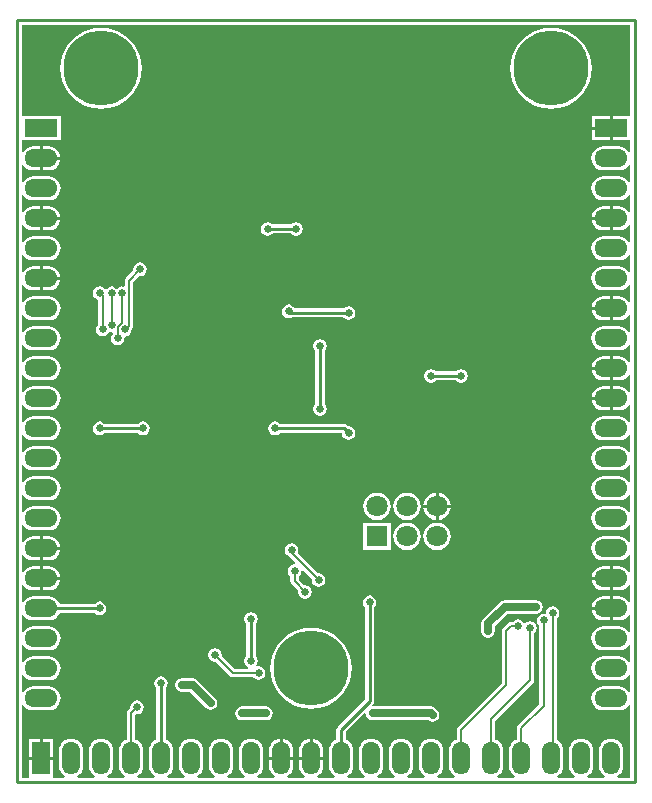
<source format=gbl>
G04*
G04 #@! TF.GenerationSoftware,Altium Limited,Altium Designer,18.1.7 (191)*
G04*
G04 Layer_Physical_Order=2*
G04 Layer_Color=16711680*
%FSLAX25Y25*%
%MOIN*%
G70*
G01*
G75*
%ADD13C,0.01000*%
%ADD16C,0.00800*%
%ADD44C,0.02500*%
%ADD46R,0.07087X0.07087*%
%ADD47C,0.07087*%
%ADD48C,0.25000*%
%ADD49R,0.11000X0.06000*%
%ADD50O,0.11000X0.06000*%
%ADD51R,0.06000X0.11000*%
%ADD52O,0.06000X0.11000*%
%ADD53C,0.02500*%
G36*
X204471Y222000D02*
X198500D01*
Y218000D01*
Y214000D01*
X204471D01*
Y210299D01*
X204024Y210045D01*
X203971Y210048D01*
X203353Y210853D01*
X202517Y211494D01*
X201544Y211897D01*
X200500Y212035D01*
X195500D01*
X194456Y211897D01*
X193483Y211494D01*
X192647Y210853D01*
X192006Y210017D01*
X191603Y209044D01*
X191465Y208000D01*
X191603Y206956D01*
X192006Y205983D01*
X192647Y205147D01*
X193483Y204506D01*
X194456Y204103D01*
X195500Y203965D01*
X200500D01*
X201544Y204103D01*
X202517Y204506D01*
X203353Y205147D01*
X203971Y205952D01*
X204024Y205955D01*
X204471Y205701D01*
Y200299D01*
X204024Y200045D01*
X203971Y200048D01*
X203353Y200853D01*
X202517Y201494D01*
X201544Y201897D01*
X200500Y202034D01*
X195500D01*
X194456Y201897D01*
X193483Y201494D01*
X192647Y200853D01*
X192006Y200017D01*
X191603Y199044D01*
X191465Y198000D01*
X191603Y196956D01*
X192006Y195983D01*
X192647Y195147D01*
X193483Y194506D01*
X194456Y194103D01*
X195500Y193965D01*
X200500D01*
X201544Y194103D01*
X202517Y194506D01*
X203353Y195147D01*
X203971Y195952D01*
X204024Y195955D01*
X204471Y195701D01*
Y190299D01*
X204024Y190045D01*
X203971Y190048D01*
X203353Y190853D01*
X202517Y191494D01*
X201544Y191897D01*
X200500Y192034D01*
X198500D01*
Y188000D01*
Y183966D01*
X200500D01*
X201544Y184103D01*
X202517Y184506D01*
X203353Y185147D01*
X203971Y185952D01*
X204024Y185955D01*
X204471Y185701D01*
Y180299D01*
X204024Y180045D01*
X203971Y180048D01*
X203353Y180853D01*
X202517Y181494D01*
X201544Y181897D01*
X200500Y182035D01*
X195500D01*
X194456Y181897D01*
X193483Y181494D01*
X192647Y180853D01*
X192006Y180017D01*
X191603Y179044D01*
X191465Y178000D01*
X191603Y176956D01*
X192006Y175983D01*
X192647Y175147D01*
X193483Y174506D01*
X194456Y174103D01*
X195500Y173966D01*
X200500D01*
X201544Y174103D01*
X202517Y174506D01*
X203353Y175147D01*
X203971Y175952D01*
X204024Y175955D01*
X204471Y175701D01*
Y170299D01*
X204024Y170045D01*
X203971Y170048D01*
X203353Y170853D01*
X202517Y171494D01*
X201544Y171897D01*
X200500Y172035D01*
X195500D01*
X194456Y171897D01*
X193483Y171494D01*
X192647Y170853D01*
X192006Y170017D01*
X191603Y169044D01*
X191465Y168000D01*
X191603Y166956D01*
X192006Y165983D01*
X192647Y165147D01*
X193483Y164506D01*
X194456Y164103D01*
X195500Y163965D01*
X200500D01*
X201544Y164103D01*
X202517Y164506D01*
X203353Y165147D01*
X203971Y165952D01*
X204024Y165955D01*
X204471Y165701D01*
Y160299D01*
X204024Y160045D01*
X203971Y160048D01*
X203353Y160853D01*
X202517Y161494D01*
X201544Y161897D01*
X200500Y162034D01*
X198500D01*
Y158000D01*
Y153965D01*
X200500D01*
X201544Y154103D01*
X202517Y154506D01*
X203353Y155147D01*
X203971Y155952D01*
X204024Y155955D01*
X204471Y155701D01*
Y150299D01*
X204024Y150045D01*
X203971Y150048D01*
X203353Y150853D01*
X202517Y151494D01*
X201544Y151897D01*
X200500Y152034D01*
X195500D01*
X194456Y151897D01*
X193483Y151494D01*
X192647Y150853D01*
X192006Y150017D01*
X191603Y149044D01*
X191465Y148000D01*
X191603Y146956D01*
X192006Y145983D01*
X192647Y145147D01*
X193483Y144506D01*
X194456Y144103D01*
X195500Y143965D01*
X200500D01*
X201544Y144103D01*
X202517Y144506D01*
X203353Y145147D01*
X203971Y145952D01*
X204024Y145955D01*
X204471Y145701D01*
Y140299D01*
X204024Y140045D01*
X203971Y140048D01*
X203353Y140853D01*
X202517Y141494D01*
X201544Y141897D01*
X200500Y142034D01*
X198500D01*
Y138000D01*
Y133966D01*
X200500D01*
X201544Y134103D01*
X202517Y134506D01*
X203353Y135147D01*
X203971Y135952D01*
X204024Y135955D01*
X204471Y135701D01*
Y130299D01*
X204024Y130045D01*
X203971Y130048D01*
X203353Y130853D01*
X202517Y131494D01*
X201544Y131897D01*
X200500Y132035D01*
X198500D01*
Y128000D01*
Y123966D01*
X200500D01*
X201544Y124103D01*
X202517Y124506D01*
X203353Y125147D01*
X203971Y125952D01*
X204024Y125955D01*
X204471Y125701D01*
Y120299D01*
X204024Y120045D01*
X203971Y120048D01*
X203353Y120853D01*
X202517Y121494D01*
X201544Y121897D01*
X200500Y122035D01*
X195500D01*
X194456Y121897D01*
X193483Y121494D01*
X192647Y120853D01*
X192006Y120017D01*
X191603Y119044D01*
X191465Y118000D01*
X191603Y116956D01*
X192006Y115983D01*
X192647Y115147D01*
X193483Y114506D01*
X194456Y114103D01*
X195500Y113965D01*
X200500D01*
X201544Y114103D01*
X202517Y114506D01*
X203353Y115147D01*
X203971Y115952D01*
X204024Y115955D01*
X204471Y115701D01*
Y110299D01*
X204024Y110045D01*
X203971Y110048D01*
X203353Y110853D01*
X202517Y111494D01*
X201544Y111897D01*
X200500Y112034D01*
X195500D01*
X194456Y111897D01*
X193483Y111494D01*
X192647Y110853D01*
X192006Y110017D01*
X191603Y109044D01*
X191465Y108000D01*
X191603Y106956D01*
X192006Y105983D01*
X192647Y105147D01*
X193483Y104506D01*
X194456Y104103D01*
X195500Y103965D01*
X200500D01*
X201544Y104103D01*
X202517Y104506D01*
X203353Y105147D01*
X203971Y105952D01*
X204024Y105955D01*
X204471Y105701D01*
Y100299D01*
X204024Y100045D01*
X203971Y100048D01*
X203353Y100853D01*
X202517Y101494D01*
X201544Y101897D01*
X200500Y102034D01*
X195500D01*
X194456Y101897D01*
X193483Y101494D01*
X192647Y100853D01*
X192006Y100017D01*
X191603Y99044D01*
X191465Y98000D01*
X191603Y96956D01*
X192006Y95983D01*
X192647Y95147D01*
X193483Y94506D01*
X194456Y94103D01*
X195500Y93966D01*
X200500D01*
X201544Y94103D01*
X202517Y94506D01*
X203353Y95147D01*
X203971Y95952D01*
X204024Y95955D01*
X204471Y95701D01*
Y90299D01*
X204024Y90045D01*
X203971Y90048D01*
X203353Y90853D01*
X202517Y91494D01*
X201544Y91897D01*
X200500Y92035D01*
X195500D01*
X194456Y91897D01*
X193483Y91494D01*
X192647Y90853D01*
X192006Y90017D01*
X191603Y89044D01*
X191465Y88000D01*
X191603Y86956D01*
X192006Y85983D01*
X192647Y85147D01*
X193483Y84506D01*
X194456Y84103D01*
X195500Y83965D01*
X200500D01*
X201544Y84103D01*
X202517Y84506D01*
X203353Y85147D01*
X203971Y85952D01*
X204024Y85955D01*
X204471Y85701D01*
Y80299D01*
X204024Y80045D01*
X203971Y80048D01*
X203353Y80853D01*
X202517Y81494D01*
X201544Y81897D01*
X200500Y82034D01*
X195500D01*
X194456Y81897D01*
X193483Y81494D01*
X192647Y80853D01*
X192006Y80017D01*
X191603Y79044D01*
X191465Y78000D01*
X191603Y76956D01*
X192006Y75983D01*
X192647Y75147D01*
X193483Y74506D01*
X194456Y74103D01*
X195500Y73966D01*
X200500D01*
X201544Y74103D01*
X202517Y74506D01*
X203353Y75147D01*
X203971Y75952D01*
X204024Y75955D01*
X204471Y75701D01*
Y70299D01*
X204024Y70045D01*
X203971Y70048D01*
X203353Y70853D01*
X202517Y71494D01*
X201544Y71897D01*
X200500Y72035D01*
X198500D01*
Y68000D01*
Y63965D01*
X200500D01*
X201544Y64103D01*
X202517Y64506D01*
X203353Y65147D01*
X203971Y65952D01*
X204024Y65955D01*
X204471Y65701D01*
Y60299D01*
X204024Y60045D01*
X203971Y60048D01*
X203353Y60853D01*
X202517Y61494D01*
X201544Y61897D01*
X200500Y62034D01*
X198500D01*
Y58000D01*
Y53966D01*
X200500D01*
X201544Y54103D01*
X202517Y54506D01*
X203353Y55147D01*
X203971Y55952D01*
X204024Y55955D01*
X204471Y55701D01*
Y50299D01*
X204024Y50045D01*
X203971Y50048D01*
X203353Y50853D01*
X202517Y51494D01*
X201544Y51897D01*
X200500Y52034D01*
X195500D01*
X194456Y51897D01*
X193483Y51494D01*
X192647Y50853D01*
X192006Y50017D01*
X191603Y49044D01*
X191465Y48000D01*
X191603Y46956D01*
X192006Y45983D01*
X192647Y45147D01*
X193483Y44506D01*
X194456Y44103D01*
X195500Y43966D01*
X200500D01*
X201544Y44103D01*
X202517Y44506D01*
X203353Y45147D01*
X203971Y45952D01*
X204024Y45955D01*
X204471Y45701D01*
Y40299D01*
X204024Y40045D01*
X203971Y40048D01*
X203353Y40853D01*
X202517Y41494D01*
X201544Y41897D01*
X200500Y42035D01*
X195500D01*
X194456Y41897D01*
X193483Y41494D01*
X192647Y40853D01*
X192006Y40017D01*
X191603Y39044D01*
X191465Y38000D01*
X191603Y36956D01*
X192006Y35983D01*
X192647Y35147D01*
X193483Y34506D01*
X194456Y34103D01*
X195500Y33966D01*
X200500D01*
X201544Y34103D01*
X202517Y34506D01*
X203353Y35147D01*
X203971Y35952D01*
X204024Y35955D01*
X204471Y35701D01*
Y30299D01*
X204024Y30045D01*
X203971Y30048D01*
X203353Y30853D01*
X202517Y31494D01*
X201544Y31897D01*
X200500Y32035D01*
X195500D01*
X194456Y31897D01*
X193483Y31494D01*
X192647Y30853D01*
X192006Y30017D01*
X191603Y29044D01*
X191465Y28000D01*
X191603Y26956D01*
X192006Y25983D01*
X192647Y25147D01*
X193483Y24506D01*
X194456Y24103D01*
X195500Y23966D01*
X200500D01*
X201544Y24103D01*
X202517Y24506D01*
X203353Y25147D01*
X203971Y25952D01*
X204024Y25955D01*
X204471Y25701D01*
Y1529D01*
X200299D01*
X200045Y1976D01*
X200048Y2029D01*
X200853Y2647D01*
X201494Y3483D01*
X201897Y4456D01*
X202034Y5500D01*
Y10500D01*
X201897Y11544D01*
X201494Y12517D01*
X200853Y13353D01*
X200017Y13994D01*
X199044Y14397D01*
X198000Y14535D01*
X196956Y14397D01*
X195983Y13994D01*
X195147Y13353D01*
X194506Y12517D01*
X194103Y11544D01*
X193965Y10500D01*
Y5500D01*
X194103Y4456D01*
X194506Y3483D01*
X195147Y2647D01*
X195952Y2029D01*
X195955Y1976D01*
X195701Y1529D01*
X190299D01*
X190045Y1976D01*
X190048Y2029D01*
X190853Y2647D01*
X191494Y3483D01*
X191897Y4456D01*
X192034Y5500D01*
Y10500D01*
X191897Y11544D01*
X191494Y12517D01*
X190853Y13353D01*
X190017Y13994D01*
X189044Y14397D01*
X188000Y14535D01*
X186956Y14397D01*
X185983Y13994D01*
X185147Y13353D01*
X184506Y12517D01*
X184103Y11544D01*
X183966Y10500D01*
Y5500D01*
X184103Y4456D01*
X184506Y3483D01*
X185147Y2647D01*
X185952Y2029D01*
X185955Y1976D01*
X185701Y1529D01*
X180299D01*
X180045Y1976D01*
X180048Y2029D01*
X180853Y2647D01*
X181494Y3483D01*
X181897Y4456D01*
X182035Y5500D01*
Y10500D01*
X181897Y11544D01*
X181494Y12517D01*
X180853Y13353D01*
X180017Y13994D01*
X179927Y14031D01*
Y54748D01*
X180122Y54878D01*
X180620Y55622D01*
X180794Y56500D01*
X180620Y57378D01*
X180122Y58122D01*
X179378Y58619D01*
X178500Y58794D01*
X177622Y58619D01*
X176878Y58122D01*
X176381Y57378D01*
X176206Y56500D01*
X175917Y56211D01*
X175500Y56294D01*
X174622Y56119D01*
X173878Y55622D01*
X173380Y54878D01*
X173206Y54000D01*
X173380Y53122D01*
X173878Y52378D01*
X174073Y52248D01*
Y26091D01*
X166991Y19009D01*
X166681Y18546D01*
X166573Y18000D01*
X166573Y18000D01*
Y14238D01*
X165983Y13994D01*
X165147Y13353D01*
X164506Y12517D01*
X164103Y11544D01*
X163965Y10500D01*
Y5500D01*
X164103Y4456D01*
X164506Y3483D01*
X165147Y2647D01*
X165952Y2029D01*
X165955Y1976D01*
X165701Y1529D01*
X160299D01*
X160045Y1976D01*
X160048Y2029D01*
X160853Y2647D01*
X161494Y3483D01*
X161897Y4456D01*
X162034Y5500D01*
Y10500D01*
X161897Y11544D01*
X161494Y12517D01*
X160853Y13353D01*
X160017Y13994D01*
X159427Y14238D01*
Y20409D01*
X172009Y32991D01*
X172009Y32991D01*
X172319Y33454D01*
X172427Y34000D01*
X172427Y34000D01*
Y49748D01*
X172622Y49878D01*
X173119Y50622D01*
X173294Y51500D01*
X173119Y52378D01*
X172622Y53122D01*
X171878Y53619D01*
X171000Y53794D01*
X170122Y53619D01*
X169378Y53122D01*
X168866Y53257D01*
X168622Y53622D01*
X167878Y54119D01*
X167000Y54294D01*
X166122Y54119D01*
X165378Y53622D01*
X165248Y53427D01*
X164500D01*
X164500Y53427D01*
X163954Y53319D01*
X163491Y53009D01*
X161991Y51509D01*
X161681Y51046D01*
X161573Y50500D01*
X161573Y50500D01*
Y33091D01*
X146991Y18509D01*
X146681Y18046D01*
X146573Y17500D01*
X146573Y17500D01*
Y14238D01*
X145983Y13994D01*
X145147Y13353D01*
X144506Y12517D01*
X144103Y11544D01*
X143965Y10500D01*
Y5500D01*
X144103Y4456D01*
X144506Y3483D01*
X145147Y2647D01*
X145952Y2029D01*
X145955Y1976D01*
X145701Y1529D01*
X140299D01*
X140045Y1976D01*
X140048Y2029D01*
X140853Y2647D01*
X141494Y3483D01*
X141897Y4456D01*
X142034Y5500D01*
Y10500D01*
X141897Y11544D01*
X141494Y12517D01*
X140853Y13353D01*
X140017Y13994D01*
X139044Y14397D01*
X138000Y14535D01*
X136956Y14397D01*
X135983Y13994D01*
X135147Y13353D01*
X134506Y12517D01*
X134103Y11544D01*
X133966Y10500D01*
Y5500D01*
X134103Y4456D01*
X134506Y3483D01*
X135147Y2647D01*
X135952Y2029D01*
X135955Y1976D01*
X135701Y1529D01*
X130299D01*
X130045Y1976D01*
X130048Y2029D01*
X130853Y2647D01*
X131494Y3483D01*
X131897Y4456D01*
X132035Y5500D01*
Y10500D01*
X131897Y11544D01*
X131494Y12517D01*
X130853Y13353D01*
X130017Y13994D01*
X129044Y14397D01*
X128000Y14535D01*
X126956Y14397D01*
X125983Y13994D01*
X125147Y13353D01*
X124506Y12517D01*
X124103Y11544D01*
X123966Y10500D01*
Y5500D01*
X124103Y4456D01*
X124506Y3483D01*
X125147Y2647D01*
X125952Y2029D01*
X125955Y1976D01*
X125701Y1529D01*
X120299D01*
X120045Y1976D01*
X120048Y2029D01*
X120853Y2647D01*
X121494Y3483D01*
X121897Y4456D01*
X122035Y5500D01*
Y10500D01*
X121897Y11544D01*
X121494Y12517D01*
X120853Y13353D01*
X120017Y13994D01*
X119044Y14397D01*
X118000Y14535D01*
X116956Y14397D01*
X115983Y13994D01*
X115147Y13353D01*
X114506Y12517D01*
X114103Y11544D01*
X113965Y10500D01*
Y5500D01*
X114103Y4456D01*
X114506Y3483D01*
X115147Y2647D01*
X115952Y2029D01*
X115955Y1976D01*
X115701Y1529D01*
X110299D01*
X110045Y1976D01*
X110048Y2029D01*
X110853Y2647D01*
X111494Y3483D01*
X111897Y4456D01*
X112034Y5500D01*
Y10500D01*
X111897Y11544D01*
X111494Y12517D01*
X110853Y13353D01*
X110017Y13994D01*
X109529Y14196D01*
Y16867D01*
X115753Y23090D01*
X116233Y22863D01*
X116381Y22122D01*
X116878Y21378D01*
X117622Y20880D01*
X118500Y20706D01*
X137135D01*
X137622Y20380D01*
X138500Y20206D01*
X139378Y20380D01*
X140122Y20878D01*
X140620Y21622D01*
X140794Y22500D01*
X140620Y23378D01*
X140122Y24122D01*
X139622Y24622D01*
X138878Y25120D01*
X138000Y25294D01*
X118664D01*
X118427Y25764D01*
X118581Y25919D01*
X118913Y26415D01*
X119029Y27000D01*
Y58316D01*
X119122Y58378D01*
X119620Y59122D01*
X119794Y60000D01*
X119620Y60878D01*
X119122Y61622D01*
X118378Y62119D01*
X117500Y62294D01*
X116622Y62119D01*
X115878Y61622D01*
X115381Y60878D01*
X115206Y60000D01*
X115381Y59122D01*
X115878Y58378D01*
X115971Y58316D01*
Y27634D01*
X106919Y18581D01*
X106587Y18085D01*
X106471Y17500D01*
Y14196D01*
X105983Y13994D01*
X105147Y13353D01*
X104506Y12517D01*
X104103Y11544D01*
X103965Y10500D01*
Y5500D01*
X104103Y4456D01*
X104506Y3483D01*
X105147Y2647D01*
X105952Y2029D01*
X105955Y1976D01*
X105701Y1529D01*
X100299D01*
X100045Y1976D01*
X100048Y2029D01*
X100853Y2647D01*
X101494Y3483D01*
X101897Y4456D01*
X102034Y5500D01*
Y7500D01*
X98000D01*
X93966D01*
Y5500D01*
X94103Y4456D01*
X94506Y3483D01*
X95147Y2647D01*
X95952Y2029D01*
X95955Y1976D01*
X95701Y1529D01*
X90299D01*
X90045Y1976D01*
X90048Y2029D01*
X90853Y2647D01*
X91494Y3483D01*
X91897Y4456D01*
X92035Y5500D01*
Y7500D01*
X88000D01*
X83965D01*
Y5500D01*
X84103Y4456D01*
X84506Y3483D01*
X85147Y2647D01*
X85952Y2029D01*
X85955Y1976D01*
X85701Y1529D01*
X80299D01*
X80045Y1976D01*
X80048Y2029D01*
X80853Y2647D01*
X81494Y3483D01*
X81897Y4456D01*
X82034Y5500D01*
Y10500D01*
X81897Y11544D01*
X81494Y12517D01*
X80853Y13353D01*
X80017Y13994D01*
X79044Y14397D01*
X78000Y14535D01*
X76956Y14397D01*
X75983Y13994D01*
X75147Y13353D01*
X74506Y12517D01*
X74103Y11544D01*
X73966Y10500D01*
Y5500D01*
X74103Y4456D01*
X74506Y3483D01*
X75147Y2647D01*
X75952Y2029D01*
X75955Y1976D01*
X75701Y1529D01*
X70299D01*
X70045Y1976D01*
X70048Y2029D01*
X70853Y2647D01*
X71494Y3483D01*
X71897Y4456D01*
X72035Y5500D01*
Y10500D01*
X71897Y11544D01*
X71494Y12517D01*
X70853Y13353D01*
X70017Y13994D01*
X69044Y14397D01*
X68000Y14535D01*
X66956Y14397D01*
X65983Y13994D01*
X65147Y13353D01*
X64506Y12517D01*
X64103Y11544D01*
X63965Y10500D01*
Y5500D01*
X64103Y4456D01*
X64506Y3483D01*
X65147Y2647D01*
X65952Y2029D01*
X65955Y1976D01*
X65701Y1529D01*
X60299D01*
X60045Y1976D01*
X60048Y2029D01*
X60853Y2647D01*
X61494Y3483D01*
X61897Y4456D01*
X62034Y5500D01*
Y10500D01*
X61897Y11544D01*
X61494Y12517D01*
X60853Y13353D01*
X60017Y13994D01*
X59044Y14397D01*
X58000Y14535D01*
X56956Y14397D01*
X55983Y13994D01*
X55147Y13353D01*
X54506Y12517D01*
X54103Y11544D01*
X53966Y10500D01*
Y5500D01*
X54103Y4456D01*
X54506Y3483D01*
X55147Y2647D01*
X55952Y2029D01*
X55955Y1976D01*
X55701Y1529D01*
X50299D01*
X50045Y1976D01*
X50048Y2029D01*
X50853Y2647D01*
X51494Y3483D01*
X51897Y4456D01*
X52034Y5500D01*
Y10500D01*
X51897Y11544D01*
X51494Y12517D01*
X50853Y13353D01*
X50017Y13994D01*
X49529Y14196D01*
Y31316D01*
X49622Y31378D01*
X50120Y32122D01*
X50294Y33000D01*
X50120Y33878D01*
X49622Y34622D01*
X48878Y35120D01*
X48000Y35294D01*
X47122Y35120D01*
X46378Y34622D01*
X45880Y33878D01*
X45706Y33000D01*
X45880Y32122D01*
X46378Y31378D01*
X46471Y31316D01*
Y14196D01*
X45983Y13994D01*
X45147Y13353D01*
X44506Y12517D01*
X44103Y11544D01*
X43966Y10500D01*
Y5500D01*
X44103Y4456D01*
X44506Y3483D01*
X45147Y2647D01*
X45952Y2029D01*
X45955Y1976D01*
X45701Y1529D01*
X40299D01*
X40045Y1976D01*
X40048Y2029D01*
X40853Y2647D01*
X41494Y3483D01*
X41897Y4456D01*
X42035Y5500D01*
Y10500D01*
X41897Y11544D01*
X41494Y12517D01*
X40853Y13353D01*
X40017Y13994D01*
X39427Y14238D01*
Y22409D01*
X39770Y22752D01*
X40000Y22706D01*
X40878Y22881D01*
X41622Y23378D01*
X42120Y24122D01*
X42294Y25000D01*
X42120Y25878D01*
X41622Y26622D01*
X40878Y27119D01*
X40000Y27294D01*
X39122Y27119D01*
X38378Y26622D01*
X37881Y25878D01*
X37706Y25000D01*
X37752Y24770D01*
X36991Y24009D01*
X36681Y23546D01*
X36573Y23000D01*
X36573Y23000D01*
Y14238D01*
X35983Y13994D01*
X35147Y13353D01*
X34506Y12517D01*
X34103Y11544D01*
X33966Y10500D01*
Y5500D01*
X34103Y4456D01*
X34506Y3483D01*
X35147Y2647D01*
X35952Y2029D01*
X35955Y1976D01*
X35701Y1529D01*
X30299D01*
X30045Y1976D01*
X30048Y2029D01*
X30853Y2647D01*
X31494Y3483D01*
X31897Y4456D01*
X32035Y5500D01*
Y10500D01*
X31897Y11544D01*
X31494Y12517D01*
X30853Y13353D01*
X30017Y13994D01*
X29044Y14397D01*
X28000Y14535D01*
X26956Y14397D01*
X25983Y13994D01*
X25147Y13353D01*
X24506Y12517D01*
X24103Y11544D01*
X23966Y10500D01*
Y5500D01*
X24103Y4456D01*
X24506Y3483D01*
X25147Y2647D01*
X25952Y2029D01*
X25955Y1976D01*
X25701Y1529D01*
X20299D01*
X20045Y1976D01*
X20048Y2029D01*
X20853Y2647D01*
X21494Y3483D01*
X21897Y4456D01*
X22035Y5500D01*
Y10500D01*
X21897Y11544D01*
X21494Y12517D01*
X20853Y13353D01*
X20017Y13994D01*
X19044Y14397D01*
X18000Y14535D01*
X16956Y14397D01*
X15983Y13994D01*
X15147Y13353D01*
X14506Y12517D01*
X14103Y11544D01*
X13965Y10500D01*
Y5500D01*
X14103Y4456D01*
X14506Y3483D01*
X15147Y2647D01*
X15952Y2029D01*
X15955Y1976D01*
X15701Y1529D01*
X12000D01*
Y7500D01*
X8000D01*
X4000D01*
Y1529D01*
X1529D01*
Y25701D01*
X1976Y25955D01*
X2029Y25952D01*
X2647Y25147D01*
X3483Y24506D01*
X4456Y24103D01*
X5500Y23966D01*
X10500D01*
X11544Y24103D01*
X12517Y24506D01*
X13353Y25147D01*
X13994Y25983D01*
X14397Y26956D01*
X14535Y28000D01*
X14397Y29044D01*
X13994Y30017D01*
X13353Y30853D01*
X12517Y31494D01*
X11544Y31897D01*
X10500Y32035D01*
X5500D01*
X4456Y31897D01*
X3483Y31494D01*
X2647Y30853D01*
X2029Y30048D01*
X1976Y30045D01*
X1529Y30299D01*
Y35701D01*
X1976Y35955D01*
X2029Y35952D01*
X2647Y35147D01*
X3483Y34506D01*
X4456Y34103D01*
X5500Y33966D01*
X10500D01*
X11544Y34103D01*
X12517Y34506D01*
X13353Y35147D01*
X13994Y35983D01*
X14397Y36956D01*
X14535Y38000D01*
X14397Y39044D01*
X13994Y40017D01*
X13353Y40853D01*
X12517Y41494D01*
X11544Y41897D01*
X10500Y42035D01*
X5500D01*
X4456Y41897D01*
X3483Y41494D01*
X2647Y40853D01*
X2029Y40048D01*
X1976Y40045D01*
X1529Y40299D01*
Y45701D01*
X1976Y45955D01*
X2029Y45952D01*
X2647Y45147D01*
X3483Y44506D01*
X4456Y44103D01*
X5500Y43966D01*
X10500D01*
X11544Y44103D01*
X12517Y44506D01*
X13353Y45147D01*
X13994Y45983D01*
X14397Y46956D01*
X14535Y48000D01*
X14397Y49044D01*
X13994Y50017D01*
X13353Y50853D01*
X12517Y51494D01*
X11544Y51897D01*
X10500Y52034D01*
X5500D01*
X4456Y51897D01*
X3483Y51494D01*
X2647Y50853D01*
X2029Y50048D01*
X1976Y50045D01*
X1529Y50299D01*
Y55701D01*
X1976Y55955D01*
X2029Y55952D01*
X2647Y55147D01*
X3483Y54506D01*
X4456Y54103D01*
X5500Y53966D01*
X10500D01*
X11544Y54103D01*
X12517Y54506D01*
X13353Y55147D01*
X13994Y55983D01*
X14196Y56471D01*
X25816D01*
X25878Y56378D01*
X26622Y55881D01*
X27500Y55706D01*
X28378Y55881D01*
X29122Y56378D01*
X29620Y57122D01*
X29794Y58000D01*
X29620Y58878D01*
X29122Y59622D01*
X28378Y60119D01*
X27500Y60294D01*
X26622Y60119D01*
X25878Y59622D01*
X25816Y59529D01*
X14196D01*
X13994Y60017D01*
X13353Y60853D01*
X12517Y61494D01*
X11544Y61897D01*
X10500Y62034D01*
X5500D01*
X4456Y61897D01*
X3483Y61494D01*
X2647Y60853D01*
X2029Y60048D01*
X1976Y60045D01*
X1529Y60299D01*
Y65701D01*
X1976Y65955D01*
X2029Y65952D01*
X2647Y65147D01*
X3483Y64506D01*
X4456Y64103D01*
X5500Y63965D01*
X7500D01*
Y68000D01*
Y72035D01*
X5500D01*
X4456Y71897D01*
X3483Y71494D01*
X2647Y70853D01*
X2029Y70048D01*
X1976Y70045D01*
X1529Y70299D01*
Y75701D01*
X1976Y75955D01*
X2029Y75952D01*
X2647Y75147D01*
X3483Y74506D01*
X4456Y74103D01*
X5500Y73966D01*
X7500D01*
Y78000D01*
Y82034D01*
X5500D01*
X4456Y81897D01*
X3483Y81494D01*
X2647Y80853D01*
X2029Y80048D01*
X1976Y80045D01*
X1529Y80299D01*
Y85701D01*
X1976Y85955D01*
X2029Y85952D01*
X2647Y85147D01*
X3483Y84506D01*
X4456Y84103D01*
X5500Y83965D01*
X10500D01*
X11544Y84103D01*
X12517Y84506D01*
X13353Y85147D01*
X13994Y85983D01*
X14397Y86956D01*
X14535Y88000D01*
X14397Y89044D01*
X13994Y90017D01*
X13353Y90853D01*
X12517Y91494D01*
X11544Y91897D01*
X10500Y92035D01*
X5500D01*
X4456Y91897D01*
X3483Y91494D01*
X2647Y90853D01*
X2029Y90048D01*
X1976Y90045D01*
X1529Y90299D01*
Y95701D01*
X1976Y95955D01*
X2029Y95952D01*
X2647Y95147D01*
X3483Y94506D01*
X4456Y94103D01*
X5500Y93966D01*
X10500D01*
X11544Y94103D01*
X12517Y94506D01*
X13353Y95147D01*
X13994Y95983D01*
X14397Y96956D01*
X14535Y98000D01*
X14397Y99044D01*
X13994Y100017D01*
X13353Y100853D01*
X12517Y101494D01*
X11544Y101897D01*
X10500Y102034D01*
X5500D01*
X4456Y101897D01*
X3483Y101494D01*
X2647Y100853D01*
X2029Y100048D01*
X1976Y100045D01*
X1529Y100299D01*
Y105701D01*
X1976Y105955D01*
X2029Y105952D01*
X2647Y105147D01*
X3483Y104506D01*
X4456Y104103D01*
X5500Y103965D01*
X10500D01*
X11544Y104103D01*
X12517Y104506D01*
X13353Y105147D01*
X13994Y105983D01*
X14397Y106956D01*
X14535Y108000D01*
X14397Y109044D01*
X13994Y110017D01*
X13353Y110853D01*
X12517Y111494D01*
X11544Y111897D01*
X10500Y112034D01*
X5500D01*
X4456Y111897D01*
X3483Y111494D01*
X2647Y110853D01*
X2029Y110048D01*
X1976Y110045D01*
X1529Y110299D01*
Y115701D01*
X1976Y115955D01*
X2029Y115952D01*
X2647Y115147D01*
X3483Y114506D01*
X4456Y114103D01*
X5500Y113965D01*
X10500D01*
X11544Y114103D01*
X12517Y114506D01*
X13353Y115147D01*
X13994Y115983D01*
X14397Y116956D01*
X14535Y118000D01*
X14397Y119044D01*
X13994Y120017D01*
X13353Y120853D01*
X12517Y121494D01*
X11544Y121897D01*
X10500Y122035D01*
X5500D01*
X4456Y121897D01*
X3483Y121494D01*
X2647Y120853D01*
X2029Y120048D01*
X1976Y120045D01*
X1529Y120299D01*
Y125701D01*
X1976Y125955D01*
X2029Y125952D01*
X2647Y125147D01*
X3483Y124506D01*
X4456Y124103D01*
X5500Y123966D01*
X10500D01*
X11544Y124103D01*
X12517Y124506D01*
X13353Y125147D01*
X13994Y125983D01*
X14397Y126956D01*
X14535Y128000D01*
X14397Y129044D01*
X13994Y130017D01*
X13353Y130853D01*
X12517Y131494D01*
X11544Y131897D01*
X10500Y132035D01*
X5500D01*
X4456Y131897D01*
X3483Y131494D01*
X2647Y130853D01*
X2029Y130048D01*
X1976Y130045D01*
X1529Y130299D01*
Y135701D01*
X1976Y135955D01*
X2029Y135952D01*
X2647Y135147D01*
X3483Y134506D01*
X4456Y134103D01*
X5500Y133966D01*
X10500D01*
X11544Y134103D01*
X12517Y134506D01*
X13353Y135147D01*
X13994Y135983D01*
X14397Y136956D01*
X14535Y138000D01*
X14397Y139044D01*
X13994Y140017D01*
X13353Y140853D01*
X12517Y141494D01*
X11544Y141897D01*
X10500Y142034D01*
X5500D01*
X4456Y141897D01*
X3483Y141494D01*
X2647Y140853D01*
X2029Y140048D01*
X1976Y140045D01*
X1529Y140299D01*
Y145701D01*
X1976Y145955D01*
X2029Y145952D01*
X2647Y145147D01*
X3483Y144506D01*
X4456Y144103D01*
X5500Y143965D01*
X10500D01*
X11544Y144103D01*
X12517Y144506D01*
X13353Y145147D01*
X13994Y145983D01*
X14397Y146956D01*
X14535Y148000D01*
X14397Y149044D01*
X13994Y150017D01*
X13353Y150853D01*
X12517Y151494D01*
X11544Y151897D01*
X10500Y152034D01*
X5500D01*
X4456Y151897D01*
X3483Y151494D01*
X2647Y150853D01*
X2029Y150048D01*
X1976Y150045D01*
X1529Y150299D01*
Y155701D01*
X1976Y155955D01*
X2029Y155952D01*
X2647Y155147D01*
X3483Y154506D01*
X4456Y154103D01*
X5500Y153965D01*
X10500D01*
X11544Y154103D01*
X12517Y154506D01*
X13353Y155147D01*
X13994Y155983D01*
X14397Y156956D01*
X14535Y158000D01*
X14397Y159044D01*
X13994Y160017D01*
X13353Y160853D01*
X12517Y161494D01*
X11544Y161897D01*
X10500Y162034D01*
X5500D01*
X4456Y161897D01*
X3483Y161494D01*
X2647Y160853D01*
X2029Y160048D01*
X1976Y160045D01*
X1529Y160299D01*
Y165701D01*
X1976Y165955D01*
X2029Y165952D01*
X2647Y165147D01*
X3483Y164506D01*
X4456Y164103D01*
X5500Y163965D01*
X7500D01*
Y168000D01*
Y172035D01*
X5500D01*
X4456Y171897D01*
X3483Y171494D01*
X2647Y170853D01*
X2029Y170048D01*
X1976Y170045D01*
X1529Y170299D01*
Y175701D01*
X1976Y175955D01*
X2029Y175952D01*
X2647Y175147D01*
X3483Y174506D01*
X4456Y174103D01*
X5500Y173966D01*
X10500D01*
X11544Y174103D01*
X12517Y174506D01*
X13353Y175147D01*
X13994Y175983D01*
X14397Y176956D01*
X14535Y178000D01*
X14397Y179044D01*
X13994Y180017D01*
X13353Y180853D01*
X12517Y181494D01*
X11544Y181897D01*
X10500Y182035D01*
X5500D01*
X4456Y181897D01*
X3483Y181494D01*
X2647Y180853D01*
X2029Y180048D01*
X1976Y180045D01*
X1529Y180299D01*
Y185701D01*
X1976Y185955D01*
X2029Y185952D01*
X2647Y185147D01*
X3483Y184506D01*
X4456Y184103D01*
X5500Y183966D01*
X7500D01*
Y188000D01*
Y192034D01*
X5500D01*
X4456Y191897D01*
X3483Y191494D01*
X2647Y190853D01*
X2029Y190048D01*
X1976Y190045D01*
X1529Y190299D01*
Y195701D01*
X1976Y195955D01*
X2029Y195952D01*
X2647Y195147D01*
X3483Y194506D01*
X4456Y194103D01*
X5500Y193965D01*
X10500D01*
X11544Y194103D01*
X12517Y194506D01*
X13353Y195147D01*
X13994Y195983D01*
X14397Y196956D01*
X14535Y198000D01*
X14397Y199044D01*
X13994Y200017D01*
X13353Y200853D01*
X12517Y201494D01*
X11544Y201897D01*
X10500Y202034D01*
X5500D01*
X4456Y201897D01*
X3483Y201494D01*
X2647Y200853D01*
X2029Y200048D01*
X1976Y200045D01*
X1529Y200299D01*
Y205701D01*
X1976Y205955D01*
X2029Y205952D01*
X2647Y205147D01*
X3483Y204506D01*
X4456Y204103D01*
X5500Y203965D01*
X7500D01*
Y208000D01*
Y212035D01*
X5500D01*
X4456Y211897D01*
X3483Y211494D01*
X2647Y210853D01*
X2029Y210048D01*
X1976Y210045D01*
X1529Y210299D01*
Y214000D01*
X14500D01*
Y222000D01*
X1529D01*
Y252471D01*
X204471D01*
Y222000D01*
D02*
G37*
%LPC*%
G36*
X178000Y251542D02*
X175882Y251375D01*
X173815Y250879D01*
X171852Y250066D01*
X170040Y248955D01*
X168424Y247575D01*
X167044Y245960D01*
X165934Y244148D01*
X165121Y242185D01*
X164625Y240118D01*
X164458Y238000D01*
X164625Y235882D01*
X165121Y233815D01*
X165934Y231852D01*
X167044Y230040D01*
X168424Y228425D01*
X170040Y227045D01*
X171852Y225934D01*
X173815Y225121D01*
X175882Y224625D01*
X178000Y224458D01*
X180118Y224625D01*
X182185Y225121D01*
X184148Y225934D01*
X185960Y227045D01*
X187575Y228425D01*
X188955Y230040D01*
X190066Y231852D01*
X190879Y233815D01*
X191375Y235882D01*
X191542Y238000D01*
X191375Y240118D01*
X190879Y242185D01*
X190066Y244148D01*
X188955Y245960D01*
X187575Y247575D01*
X185960Y248955D01*
X184148Y250066D01*
X182185Y250879D01*
X180118Y251375D01*
X178000Y251542D01*
D02*
G37*
G36*
X28000D02*
X25882Y251375D01*
X23815Y250879D01*
X21852Y250066D01*
X20040Y248955D01*
X18425Y247575D01*
X17044Y245960D01*
X15934Y244148D01*
X15121Y242185D01*
X14625Y240118D01*
X14458Y238000D01*
X14625Y235882D01*
X15121Y233815D01*
X15934Y231852D01*
X17044Y230040D01*
X18425Y228425D01*
X20040Y227045D01*
X21852Y225934D01*
X23815Y225121D01*
X25882Y224625D01*
X28000Y224458D01*
X30118Y224625D01*
X32185Y225121D01*
X34148Y225934D01*
X35960Y227045D01*
X37576Y228425D01*
X38956Y230040D01*
X40066Y231852D01*
X40879Y233815D01*
X41375Y235882D01*
X41542Y238000D01*
X41375Y240118D01*
X40879Y242185D01*
X40066Y244148D01*
X38956Y245960D01*
X37576Y247575D01*
X35960Y248955D01*
X34148Y250066D01*
X32185Y250879D01*
X30118Y251375D01*
X28000Y251542D01*
D02*
G37*
G36*
X197500Y222000D02*
X191500D01*
Y218500D01*
X197500D01*
Y222000D01*
D02*
G37*
G36*
Y217500D02*
X191500D01*
Y214000D01*
X197500D01*
Y217500D01*
D02*
G37*
G36*
X10500Y212035D02*
X8500D01*
Y208500D01*
X14469D01*
X14397Y209044D01*
X13994Y210017D01*
X13353Y210853D01*
X12517Y211494D01*
X11544Y211897D01*
X10500Y212035D01*
D02*
G37*
G36*
X14469Y207500D02*
X8500D01*
Y203965D01*
X10500D01*
X11544Y204103D01*
X12517Y204506D01*
X13353Y205147D01*
X13994Y205983D01*
X14397Y206956D01*
X14469Y207500D01*
D02*
G37*
G36*
X197500Y192034D02*
X195500D01*
X194456Y191897D01*
X193483Y191494D01*
X192647Y190853D01*
X192006Y190017D01*
X191603Y189044D01*
X191531Y188500D01*
X197500D01*
Y192034D01*
D02*
G37*
G36*
X10500D02*
X8500D01*
Y188500D01*
X14469D01*
X14397Y189044D01*
X13994Y190017D01*
X13353Y190853D01*
X12517Y191494D01*
X11544Y191897D01*
X10500Y192034D01*
D02*
G37*
G36*
X93000Y186794D02*
X92122Y186619D01*
X91378Y186122D01*
X91316Y186029D01*
X85184D01*
X85122Y186122D01*
X84378Y186619D01*
X83500Y186794D01*
X82622Y186619D01*
X81878Y186122D01*
X81381Y185378D01*
X81206Y184500D01*
X81381Y183622D01*
X81878Y182878D01*
X82622Y182380D01*
X83500Y182206D01*
X84378Y182380D01*
X85122Y182878D01*
X85184Y182971D01*
X91316D01*
X91378Y182878D01*
X92122Y182380D01*
X93000Y182206D01*
X93878Y182380D01*
X94622Y182878D01*
X95119Y183622D01*
X95294Y184500D01*
X95119Y185378D01*
X94622Y186122D01*
X93878Y186619D01*
X93000Y186794D01*
D02*
G37*
G36*
X197500Y187500D02*
X191531D01*
X191603Y186956D01*
X192006Y185983D01*
X192647Y185147D01*
X193483Y184506D01*
X194456Y184103D01*
X195500Y183966D01*
X197500D01*
Y187500D01*
D02*
G37*
G36*
X14469D02*
X8500D01*
Y183966D01*
X10500D01*
X11544Y184103D01*
X12517Y184506D01*
X13353Y185147D01*
X13994Y185983D01*
X14397Y186956D01*
X14469Y187500D01*
D02*
G37*
G36*
X41000Y173294D02*
X40122Y173119D01*
X39378Y172622D01*
X38881Y171878D01*
X38706Y171000D01*
X38752Y170770D01*
X36241Y168259D01*
X35931Y167796D01*
X35823Y167250D01*
X35823Y167250D01*
Y165524D01*
X35436Y165207D01*
X35000Y165294D01*
X34122Y165120D01*
X33378Y164622D01*
X33122D01*
X32378Y165120D01*
X31500Y165294D01*
X30622Y165120D01*
X29878Y164622D01*
X29783Y164481D01*
X29283D01*
X29122Y164722D01*
X28378Y165219D01*
X27500Y165394D01*
X26622Y165219D01*
X25878Y164722D01*
X25381Y163978D01*
X25206Y163100D01*
X25381Y162222D01*
X25878Y161478D01*
X26622Y160980D01*
X27073Y160891D01*
Y152752D01*
X26878Y152622D01*
X26381Y151878D01*
X26206Y151000D01*
X26381Y150122D01*
X26878Y149378D01*
X27622Y148881D01*
X28500Y148706D01*
X29378Y148881D01*
X30122Y149378D01*
X30619Y150122D01*
X30647Y150260D01*
X31500Y150090D01*
X31753Y150140D01*
X31949Y149669D01*
X31878Y149622D01*
X31381Y148878D01*
X31206Y148000D01*
X31381Y147122D01*
X31878Y146378D01*
X32622Y145880D01*
X33500Y145706D01*
X34378Y145880D01*
X35122Y146378D01*
X35620Y147122D01*
X35794Y148000D01*
X35737Y148287D01*
X36157Y148737D01*
X36878Y148881D01*
X37622Y149378D01*
X38120Y150122D01*
X38294Y151000D01*
X38248Y151230D01*
X38259Y151241D01*
X38259Y151241D01*
X38569Y151704D01*
X38677Y152250D01*
X38677Y152250D01*
Y166659D01*
X40770Y168752D01*
X41000Y168706D01*
X41878Y168880D01*
X42622Y169378D01*
X43119Y170122D01*
X43294Y171000D01*
X43119Y171878D01*
X42622Y172622D01*
X41878Y173119D01*
X41000Y173294D01*
D02*
G37*
G36*
X10500Y172035D02*
X8500D01*
Y168500D01*
X14469D01*
X14397Y169044D01*
X13994Y170017D01*
X13353Y170853D01*
X12517Y171494D01*
X11544Y171897D01*
X10500Y172035D01*
D02*
G37*
G36*
X14469Y167500D02*
X8500D01*
Y163965D01*
X10500D01*
X11544Y164103D01*
X12517Y164506D01*
X13353Y165147D01*
X13994Y165983D01*
X14397Y166956D01*
X14469Y167500D01*
D02*
G37*
G36*
X197500Y162034D02*
X195500D01*
X194456Y161897D01*
X193483Y161494D01*
X192647Y160853D01*
X192006Y160017D01*
X191603Y159044D01*
X191531Y158500D01*
X197500D01*
Y162034D01*
D02*
G37*
G36*
X90500Y159294D02*
X89622Y159119D01*
X88878Y158622D01*
X88381Y157878D01*
X88206Y157000D01*
X88381Y156122D01*
X88878Y155378D01*
X89622Y154880D01*
X90500Y154706D01*
X91378Y154880D01*
X91513Y154971D01*
X108816D01*
X108878Y154878D01*
X109622Y154381D01*
X110500Y154206D01*
X111378Y154381D01*
X112122Y154878D01*
X112619Y155622D01*
X112794Y156500D01*
X112619Y157378D01*
X112122Y158122D01*
X111378Y158619D01*
X110500Y158794D01*
X109622Y158619D01*
X108878Y158122D01*
X108816Y158029D01*
X92518D01*
X92122Y158622D01*
X91378Y159119D01*
X90500Y159294D01*
D02*
G37*
G36*
X197500Y157500D02*
X191531D01*
X191603Y156956D01*
X192006Y155983D01*
X192647Y155147D01*
X193483Y154506D01*
X194456Y154103D01*
X195500Y153965D01*
X197500D01*
Y157500D01*
D02*
G37*
G36*
Y142034D02*
X195500D01*
X194456Y141897D01*
X193483Y141494D01*
X192647Y140853D01*
X192006Y140017D01*
X191603Y139044D01*
X191531Y138500D01*
X197500D01*
Y142034D01*
D02*
G37*
G36*
X148000Y137794D02*
X147122Y137619D01*
X146378Y137122D01*
X146316Y137029D01*
X139684D01*
X139622Y137122D01*
X138878Y137619D01*
X138000Y137794D01*
X137122Y137619D01*
X136378Y137122D01*
X135880Y136378D01*
X135706Y135500D01*
X135880Y134622D01*
X136378Y133878D01*
X137122Y133380D01*
X138000Y133206D01*
X138878Y133380D01*
X139622Y133878D01*
X139684Y133971D01*
X146316D01*
X146378Y133878D01*
X147122Y133380D01*
X148000Y133206D01*
X148878Y133380D01*
X149622Y133878D01*
X150119Y134622D01*
X150294Y135500D01*
X150119Y136378D01*
X149622Y137122D01*
X148878Y137619D01*
X148000Y137794D01*
D02*
G37*
G36*
X197500Y137500D02*
X191531D01*
X191603Y136956D01*
X192006Y135983D01*
X192647Y135147D01*
X193483Y134506D01*
X194456Y134103D01*
X195500Y133966D01*
X197500D01*
Y137500D01*
D02*
G37*
G36*
Y132035D02*
X195500D01*
X194456Y131897D01*
X193483Y131494D01*
X192647Y130853D01*
X192006Y130017D01*
X191603Y129044D01*
X191531Y128500D01*
X197500D01*
Y132035D01*
D02*
G37*
G36*
Y127500D02*
X191531D01*
X191603Y126956D01*
X192006Y125983D01*
X192647Y125147D01*
X193483Y124506D01*
X194456Y124103D01*
X195500Y123966D01*
X197500D01*
Y127500D01*
D02*
G37*
G36*
X101000Y147794D02*
X100122Y147619D01*
X99378Y147122D01*
X98881Y146378D01*
X98706Y145500D01*
X98881Y144622D01*
X99378Y143878D01*
X99471Y143816D01*
Y126184D01*
X99378Y126122D01*
X98881Y125378D01*
X98706Y124500D01*
X98881Y123622D01*
X99378Y122878D01*
X100122Y122380D01*
X101000Y122206D01*
X101878Y122380D01*
X102622Y122878D01*
X103120Y123622D01*
X103294Y124500D01*
X103120Y125378D01*
X102622Y126122D01*
X102529Y126184D01*
Y143816D01*
X102622Y143878D01*
X103120Y144622D01*
X103294Y145500D01*
X103120Y146378D01*
X102622Y147122D01*
X101878Y147619D01*
X101000Y147794D01*
D02*
G37*
G36*
X42000Y120294D02*
X41122Y120120D01*
X40378Y119622D01*
X40316Y119529D01*
X29184D01*
X29122Y119622D01*
X28378Y120120D01*
X27500Y120294D01*
X26622Y120120D01*
X25878Y119622D01*
X25381Y118878D01*
X25206Y118000D01*
X25381Y117122D01*
X25878Y116378D01*
X26622Y115881D01*
X27500Y115706D01*
X28378Y115881D01*
X29122Y116378D01*
X29184Y116471D01*
X40316D01*
X40378Y116378D01*
X41122Y115881D01*
X42000Y115706D01*
X42878Y115881D01*
X43622Y116378D01*
X44120Y117122D01*
X44294Y118000D01*
X44120Y118878D01*
X43622Y119622D01*
X42878Y120120D01*
X42000Y120294D01*
D02*
G37*
G36*
X86000D02*
X85122Y120120D01*
X84378Y119622D01*
X83881Y118878D01*
X83706Y118000D01*
X83881Y117122D01*
X84378Y116378D01*
X85122Y115881D01*
X86000Y115706D01*
X86878Y115881D01*
X87622Y116378D01*
X87684Y116471D01*
X108212D01*
X108380Y115622D01*
X108878Y114878D01*
X109622Y114381D01*
X110500Y114206D01*
X111378Y114381D01*
X112122Y114878D01*
X112619Y115622D01*
X112794Y116500D01*
X112619Y117378D01*
X112122Y118122D01*
X111378Y118620D01*
X110500Y118794D01*
X110391Y118772D01*
X110081Y119081D01*
X109585Y119413D01*
X109000Y119529D01*
X87684D01*
X87622Y119622D01*
X86878Y120120D01*
X86000Y120294D01*
D02*
G37*
G36*
X140500Y96517D02*
Y92500D01*
X144517D01*
X144426Y93186D01*
X143969Y94291D01*
X143240Y95240D01*
X142291Y95969D01*
X141186Y96426D01*
X140500Y96517D01*
D02*
G37*
G36*
X139500D02*
X138814Y96426D01*
X137709Y95969D01*
X136760Y95240D01*
X136031Y94291D01*
X135574Y93186D01*
X135483Y92500D01*
X139500D01*
Y96517D01*
D02*
G37*
G36*
X144517Y91500D02*
X140500D01*
Y87483D01*
X141186Y87574D01*
X142291Y88031D01*
X143240Y88760D01*
X143969Y89709D01*
X144426Y90814D01*
X144517Y91500D01*
D02*
G37*
G36*
X139500D02*
X135483D01*
X135574Y90814D01*
X136031Y89709D01*
X136760Y88760D01*
X137709Y88031D01*
X138814Y87574D01*
X139500Y87483D01*
Y91500D01*
D02*
G37*
G36*
X130000Y96583D02*
X128814Y96426D01*
X127709Y95969D01*
X126760Y95240D01*
X126031Y94291D01*
X125574Y93186D01*
X125417Y92000D01*
X125574Y90814D01*
X126031Y89709D01*
X126760Y88760D01*
X127709Y88031D01*
X128814Y87574D01*
X130000Y87418D01*
X131186Y87574D01*
X132291Y88031D01*
X133240Y88760D01*
X133969Y89709D01*
X134426Y90814D01*
X134582Y92000D01*
X134426Y93186D01*
X133969Y94291D01*
X133240Y95240D01*
X132291Y95969D01*
X131186Y96426D01*
X130000Y96583D01*
D02*
G37*
G36*
X120000D02*
X118814Y96426D01*
X117709Y95969D01*
X116760Y95240D01*
X116031Y94291D01*
X115574Y93186D01*
X115418Y92000D01*
X115574Y90814D01*
X116031Y89709D01*
X116760Y88760D01*
X117709Y88031D01*
X118814Y87574D01*
X120000Y87418D01*
X121186Y87574D01*
X122291Y88031D01*
X123240Y88760D01*
X123969Y89709D01*
X124426Y90814D01*
X124583Y92000D01*
X124426Y93186D01*
X123969Y94291D01*
X123240Y95240D01*
X122291Y95969D01*
X121186Y96426D01*
X120000Y96583D01*
D02*
G37*
G36*
X10500Y82034D02*
X8500D01*
Y78500D01*
X14469D01*
X14397Y79044D01*
X13994Y80017D01*
X13353Y80853D01*
X12517Y81494D01*
X11544Y81897D01*
X10500Y82034D01*
D02*
G37*
G36*
X124543Y86543D02*
X115457D01*
Y77457D01*
X124543D01*
Y86543D01*
D02*
G37*
G36*
X140000Y86582D02*
X138814Y86426D01*
X137709Y85969D01*
X136760Y85240D01*
X136031Y84291D01*
X135574Y83186D01*
X135417Y82000D01*
X135574Y80814D01*
X136031Y79709D01*
X136760Y78760D01*
X137709Y78031D01*
X138814Y77574D01*
X140000Y77417D01*
X141186Y77574D01*
X142291Y78031D01*
X143240Y78760D01*
X143969Y79709D01*
X144426Y80814D01*
X144582Y82000D01*
X144426Y83186D01*
X143969Y84291D01*
X143240Y85240D01*
X142291Y85969D01*
X141186Y86426D01*
X140000Y86582D01*
D02*
G37*
G36*
X130000D02*
X128814Y86426D01*
X127709Y85969D01*
X126760Y85240D01*
X126031Y84291D01*
X125574Y83186D01*
X125417Y82000D01*
X125574Y80814D01*
X126031Y79709D01*
X126760Y78760D01*
X127709Y78031D01*
X128814Y77574D01*
X130000Y77417D01*
X131186Y77574D01*
X132291Y78031D01*
X133240Y78760D01*
X133969Y79709D01*
X134426Y80814D01*
X134582Y82000D01*
X134426Y83186D01*
X133969Y84291D01*
X133240Y85240D01*
X132291Y85969D01*
X131186Y86426D01*
X130000Y86582D01*
D02*
G37*
G36*
X14469Y77500D02*
X8500D01*
Y73966D01*
X10500D01*
X11544Y74103D01*
X12517Y74506D01*
X13353Y75147D01*
X13994Y75983D01*
X14397Y76956D01*
X14469Y77500D01*
D02*
G37*
G36*
X197500Y72035D02*
X195500D01*
X194456Y71897D01*
X193483Y71494D01*
X192647Y70853D01*
X192006Y70017D01*
X191603Y69044D01*
X191531Y68500D01*
X197500D01*
Y72035D01*
D02*
G37*
G36*
X10500D02*
X8500D01*
Y68500D01*
X14469D01*
X14397Y69044D01*
X13994Y70017D01*
X13353Y70853D01*
X12517Y71494D01*
X11544Y71897D01*
X10500Y72035D01*
D02*
G37*
G36*
X91500Y79794D02*
X90622Y79619D01*
X89878Y79122D01*
X89381Y78378D01*
X89206Y77500D01*
X89381Y76622D01*
X89878Y75878D01*
X90558Y75424D01*
X92749Y73232D01*
X92620Y72991D01*
X92483Y72791D01*
X91622Y72619D01*
X90878Y72122D01*
X90381Y71378D01*
X90206Y70500D01*
X90381Y69622D01*
X90878Y68878D01*
X91073Y68748D01*
Y67000D01*
X91073Y67000D01*
X91181Y66454D01*
X91491Y65991D01*
X93752Y63730D01*
X93706Y63500D01*
X93881Y62622D01*
X94378Y61878D01*
X95122Y61381D01*
X96000Y61206D01*
X96878Y61381D01*
X97622Y61878D01*
X98119Y62622D01*
X98294Y63500D01*
X98119Y64378D01*
X97622Y65122D01*
X96878Y65619D01*
X96000Y65794D01*
X95770Y65748D01*
X93927Y67591D01*
Y68748D01*
X94122Y68878D01*
X94619Y69622D01*
X94791Y70483D01*
X94991Y70620D01*
X95232Y70749D01*
X98252Y67730D01*
X98206Y67500D01*
X98381Y66622D01*
X98878Y65878D01*
X99622Y65381D01*
X100500Y65206D01*
X101378Y65381D01*
X102122Y65878D01*
X102620Y66622D01*
X102794Y67500D01*
X102620Y68378D01*
X102122Y69122D01*
X101378Y69619D01*
X100500Y69794D01*
X100270Y69748D01*
X93530Y76489D01*
X93619Y76622D01*
X93794Y77500D01*
X93619Y78378D01*
X93122Y79122D01*
X92378Y79619D01*
X91500Y79794D01*
D02*
G37*
G36*
X197500Y67500D02*
X191531D01*
X191603Y66956D01*
X192006Y65983D01*
X192647Y65147D01*
X193483Y64506D01*
X194456Y64103D01*
X195500Y63965D01*
X197500D01*
Y67500D01*
D02*
G37*
G36*
X14469D02*
X8500D01*
Y63965D01*
X10500D01*
X11544Y64103D01*
X12517Y64506D01*
X13353Y65147D01*
X13994Y65983D01*
X14397Y66956D01*
X14469Y67500D01*
D02*
G37*
G36*
X197500Y62034D02*
X195500D01*
X194456Y61897D01*
X193483Y61494D01*
X192647Y60853D01*
X192006Y60017D01*
X191603Y59044D01*
X191531Y58500D01*
X197500D01*
Y62034D01*
D02*
G37*
G36*
Y57500D02*
X191531D01*
X191603Y56956D01*
X192006Y55983D01*
X192647Y55147D01*
X193483Y54506D01*
X194456Y54103D01*
X195500Y53966D01*
X197500D01*
Y57500D01*
D02*
G37*
G36*
X173000Y60794D02*
X162500D01*
X161622Y60619D01*
X160878Y60122D01*
X155378Y54622D01*
X154880Y53878D01*
X154706Y53000D01*
Y50500D01*
X154880Y49622D01*
X155378Y48878D01*
X156122Y48381D01*
X157000Y48206D01*
X157878Y48381D01*
X158622Y48878D01*
X159119Y49622D01*
X159294Y50500D01*
Y52050D01*
X163450Y56206D01*
X173000D01*
X173878Y56381D01*
X174622Y56878D01*
X175119Y57622D01*
X175294Y58500D01*
X175119Y59378D01*
X174622Y60122D01*
X173878Y60619D01*
X173000Y60794D01*
D02*
G37*
G36*
X78000Y56794D02*
X77122Y56619D01*
X76378Y56122D01*
X75881Y55378D01*
X75706Y54500D01*
X75881Y53622D01*
X76378Y52878D01*
X76471Y52816D01*
Y42184D01*
X76378Y42122D01*
X75881Y41378D01*
X75706Y40500D01*
X75881Y39622D01*
X76378Y38878D01*
X77052Y38427D01*
X77041Y38140D01*
X76969Y37927D01*
X72591D01*
X68248Y42270D01*
X68294Y42500D01*
X68119Y43378D01*
X67622Y44122D01*
X66878Y44620D01*
X66000Y44794D01*
X65122Y44620D01*
X64378Y44122D01*
X63881Y43378D01*
X63706Y42500D01*
X63881Y41622D01*
X64378Y40878D01*
X65122Y40380D01*
X66000Y40206D01*
X66230Y40252D01*
X70991Y35491D01*
X70991Y35491D01*
X71454Y35181D01*
X72000Y35073D01*
X72000Y35073D01*
X78748D01*
X78878Y34878D01*
X79622Y34380D01*
X80500Y34206D01*
X81378Y34380D01*
X82122Y34878D01*
X82619Y35622D01*
X82794Y36500D01*
X82619Y37378D01*
X82122Y38122D01*
X81378Y38620D01*
X80500Y38794D01*
X80117Y38718D01*
X79816Y39168D01*
X80119Y39622D01*
X80294Y40500D01*
X80119Y41378D01*
X79622Y42122D01*
X79529Y42184D01*
Y52816D01*
X79622Y52878D01*
X80119Y53622D01*
X80294Y54500D01*
X80119Y55378D01*
X79622Y56122D01*
X78878Y56619D01*
X78000Y56794D01*
D02*
G37*
G36*
X98000Y51542D02*
X95882Y51375D01*
X93815Y50879D01*
X91852Y50066D01*
X90040Y48956D01*
X88424Y47576D01*
X87045Y45960D01*
X85934Y44148D01*
X85121Y42185D01*
X84625Y40118D01*
X84458Y38000D01*
X84625Y35882D01*
X85121Y33815D01*
X85934Y31852D01*
X87045Y30040D01*
X88424Y28425D01*
X90040Y27044D01*
X91852Y25934D01*
X93815Y25121D01*
X95882Y24625D01*
X98000Y24458D01*
X100118Y24625D01*
X102185Y25121D01*
X104148Y25934D01*
X105960Y27044D01*
X107576Y28425D01*
X108956Y30040D01*
X110066Y31852D01*
X110879Y33815D01*
X111375Y35882D01*
X111542Y38000D01*
X111375Y40118D01*
X110879Y42185D01*
X110066Y44148D01*
X108956Y45960D01*
X107576Y47576D01*
X105960Y48956D01*
X104148Y50066D01*
X102185Y50879D01*
X100118Y51375D01*
X98000Y51542D01*
D02*
G37*
G36*
X58500Y34794D02*
X55000D01*
X54122Y34620D01*
X53378Y34122D01*
X52881Y33378D01*
X52706Y32500D01*
X52881Y31622D01*
X53378Y30878D01*
X54122Y30380D01*
X55000Y30206D01*
X57550D01*
X62878Y24878D01*
X63622Y24381D01*
X64500Y24206D01*
X65378Y24381D01*
X66122Y24878D01*
X66619Y25622D01*
X66794Y26500D01*
X66619Y27378D01*
X66122Y28122D01*
X60122Y34122D01*
X59378Y34620D01*
X58500Y34794D01*
D02*
G37*
G36*
X83000Y25294D02*
X75000D01*
X74122Y25120D01*
X73378Y24622D01*
X72881Y23878D01*
X72706Y23000D01*
X72881Y22122D01*
X73378Y21378D01*
X74122Y20880D01*
X75000Y20706D01*
X83000D01*
X83878Y20880D01*
X84622Y21378D01*
X85119Y22122D01*
X85294Y23000D01*
X85119Y23878D01*
X84622Y24622D01*
X83878Y25120D01*
X83000Y25294D01*
D02*
G37*
G36*
X98500Y14469D02*
Y8500D01*
X102034D01*
Y10500D01*
X101897Y11544D01*
X101494Y12517D01*
X100853Y13353D01*
X100017Y13994D01*
X99044Y14397D01*
X98500Y14469D01*
D02*
G37*
G36*
X88500D02*
Y8500D01*
X92035D01*
Y10500D01*
X91897Y11544D01*
X91494Y12517D01*
X90853Y13353D01*
X90017Y13994D01*
X89044Y14397D01*
X88500Y14469D01*
D02*
G37*
G36*
X12000Y14500D02*
X8500D01*
Y8500D01*
X12000D01*
Y14500D01*
D02*
G37*
G36*
X7500D02*
X4000D01*
Y8500D01*
X7500D01*
Y14500D01*
D02*
G37*
G36*
X87500Y14469D02*
X86956Y14397D01*
X85983Y13994D01*
X85147Y13353D01*
X84506Y12517D01*
X84103Y11544D01*
X83965Y10500D01*
Y8500D01*
X87500D01*
Y14469D01*
D02*
G37*
G36*
X97500D02*
X96956Y14397D01*
X95983Y13994D01*
X95147Y13353D01*
X94506Y12517D01*
X94103Y11544D01*
X93966Y10500D01*
Y8500D01*
X97500D01*
Y14469D01*
D02*
G37*
%LPD*%
D13*
X108000Y17500D02*
X117500Y27000D01*
X8000Y58000D02*
X27500D01*
X117500Y27000D02*
Y60000D01*
X101000Y124500D02*
Y145500D01*
X83500Y184500D02*
X93000D01*
X91000Y156500D02*
X110500D01*
X90500Y157000D02*
X91000Y156500D01*
X27500Y118000D02*
X42000D01*
X138000Y135500D02*
X148000D01*
X109000Y118000D02*
X110500Y116500D01*
X86000Y118000D02*
X109000D01*
X78000Y40500D02*
Y54500D01*
X108000Y8000D02*
Y17500D01*
X48000Y8000D02*
Y33000D01*
X0Y0D02*
X206000D01*
Y254000D01*
X0D02*
X206000D01*
X0Y0D02*
Y254000D01*
D16*
X80000Y36500D02*
X80500Y36000D01*
Y36500D01*
X72000D02*
X80000D01*
X66000Y42500D02*
X72000Y36500D01*
X178000Y8000D02*
X178500Y8500D01*
Y56500D01*
X168000Y8000D02*
Y18000D01*
X175500Y25500D01*
Y54000D01*
X158000Y8000D02*
Y21000D01*
X171000Y34000D01*
Y51500D01*
X164500Y52000D02*
X167000D01*
X163000Y50500D02*
X164500Y52000D01*
X163000Y32500D02*
Y50500D01*
X148000Y17500D02*
X163000Y32500D01*
X148000Y8000D02*
Y17500D01*
X27500Y163000D02*
Y163100D01*
Y163000D02*
X28500Y162000D01*
Y151000D02*
Y162000D01*
X92500Y67000D02*
Y70500D01*
X91500Y76500D02*
X100500Y67500D01*
X91500Y76500D02*
Y77500D01*
X38000Y8000D02*
Y23000D01*
X40000Y25000D01*
X92500Y67000D02*
X96000Y63500D01*
X31500Y163000D02*
X32000Y162500D01*
X31500Y162000D02*
X32000Y162500D01*
X31500Y152384D02*
Y162000D01*
X35000Y153182D02*
Y163000D01*
X33750Y151932D02*
X35000Y153182D01*
X33750Y148250D02*
Y151932D01*
X33500Y148000D02*
X33750Y148250D01*
X36000Y151000D02*
X37250Y152250D01*
Y167250D01*
X41000Y171000D01*
D44*
X75000Y23000D02*
X83000D01*
X162500Y58500D02*
X173000D01*
X157000Y53000D02*
X162500Y58500D01*
X157000Y50500D02*
Y53000D01*
X118500Y23000D02*
X138000D01*
X138500Y22500D01*
X55000Y32500D02*
X58500D01*
X64500Y26500D01*
D46*
X120000Y82000D02*
D03*
D47*
Y92000D02*
D03*
X130000Y82000D02*
D03*
Y92000D02*
D03*
X140000Y82000D02*
D03*
Y92000D02*
D03*
D48*
X98000Y38000D02*
D03*
X28000Y238000D02*
D03*
X178000D02*
D03*
D49*
X8000Y218000D02*
D03*
X198000D02*
D03*
D50*
X8000Y208000D02*
D03*
Y198000D02*
D03*
Y188000D02*
D03*
Y178000D02*
D03*
Y168000D02*
D03*
Y158000D02*
D03*
Y148000D02*
D03*
Y138000D02*
D03*
Y128000D02*
D03*
Y118000D02*
D03*
Y108000D02*
D03*
Y98000D02*
D03*
Y88000D02*
D03*
Y78000D02*
D03*
Y68000D02*
D03*
Y58000D02*
D03*
Y48000D02*
D03*
Y38000D02*
D03*
Y28000D02*
D03*
X198000Y208000D02*
D03*
Y198000D02*
D03*
Y188000D02*
D03*
Y178000D02*
D03*
Y168000D02*
D03*
Y158000D02*
D03*
Y148000D02*
D03*
Y138000D02*
D03*
Y128000D02*
D03*
Y118000D02*
D03*
Y108000D02*
D03*
Y98000D02*
D03*
Y88000D02*
D03*
Y78000D02*
D03*
Y68000D02*
D03*
Y58000D02*
D03*
Y48000D02*
D03*
Y38000D02*
D03*
Y28000D02*
D03*
D51*
X8000Y8000D02*
D03*
D52*
X18000D02*
D03*
X28000D02*
D03*
X38000D02*
D03*
X48000D02*
D03*
X58000D02*
D03*
X68000D02*
D03*
X78000D02*
D03*
X88000D02*
D03*
X98000D02*
D03*
X108000D02*
D03*
X118000D02*
D03*
X128000D02*
D03*
X138000D02*
D03*
X148000D02*
D03*
X158000D02*
D03*
X168000D02*
D03*
X178000D02*
D03*
X188000D02*
D03*
X198000D02*
D03*
D53*
X82677Y70866D02*
D03*
Y106299D02*
D03*
X51181Y236221D02*
D03*
X153543D02*
D03*
X137795Y129921D02*
D03*
X129921Y110236D02*
D03*
X157480Y35433D02*
D03*
X188976Y19685D02*
D03*
X181102Y94488D02*
D03*
X165354Y86614D02*
D03*
X181102Y66929D02*
D03*
Y106299D02*
D03*
Y137795D02*
D03*
X149606Y185039D02*
D03*
X177165Y220472D02*
D03*
X78740Y204724D02*
D03*
X55118D02*
D03*
X129921Y185039D02*
D03*
X114173Y145669D02*
D03*
Y165354D02*
D03*
X86614Y161417D02*
D03*
Y149606D02*
D03*
X51181Y133858D02*
D03*
X62992Y106299D02*
D03*
Y55118D02*
D03*
X11811Y19685D02*
D03*
X23622Y39370D02*
D03*
Y78740D02*
D03*
Y220472D02*
D03*
Y204724D02*
D03*
Y177165D02*
D03*
Y188976D02*
D03*
X83000Y23000D02*
D03*
X75000D02*
D03*
X80500Y36500D02*
D03*
X66000Y42500D02*
D03*
X27500Y58000D02*
D03*
X178500Y56500D02*
D03*
X175500Y54000D02*
D03*
X171000Y51500D02*
D03*
X167000Y52000D02*
D03*
X157000Y50500D02*
D03*
X27500Y163100D02*
D03*
X28500Y151000D02*
D03*
X117500Y60000D02*
D03*
X101000Y124500D02*
D03*
Y145500D02*
D03*
X111000Y123000D02*
D03*
X135000Y161000D02*
D03*
X115500Y184500D02*
D03*
X93000D02*
D03*
X83500D02*
D03*
X123500Y191000D02*
D03*
X153000Y165000D02*
D03*
X55500Y184500D02*
D03*
Y143000D02*
D03*
X72500Y122000D02*
D03*
X116500Y107500D02*
D03*
X110500Y156500D02*
D03*
X90500Y157000D02*
D03*
X42000Y118000D02*
D03*
X110500Y116500D02*
D03*
X138000Y135500D02*
D03*
X148000D02*
D03*
X86000Y118000D02*
D03*
X92500Y70500D02*
D03*
X100500Y67500D02*
D03*
X91500Y77500D02*
D03*
X40000Y25000D02*
D03*
X78000Y40500D02*
D03*
Y54500D02*
D03*
X96000Y63500D02*
D03*
X118500Y23000D02*
D03*
X138500Y22500D02*
D03*
X48000Y33000D02*
D03*
X55000Y32500D02*
D03*
X64500Y26500D02*
D03*
X144000Y35000D02*
D03*
X176500Y71500D02*
D03*
X165500Y186500D02*
D03*
X173500D02*
D03*
X180000Y192000D02*
D03*
X159500D02*
D03*
X37000Y49000D02*
D03*
X173000Y58500D02*
D03*
X41000Y171000D02*
D03*
X31500Y163000D02*
D03*
X35000D02*
D03*
X33500Y148000D02*
D03*
X36000Y151000D02*
D03*
X31500Y152384D02*
D03*
X27500Y118000D02*
D03*
M02*

</source>
